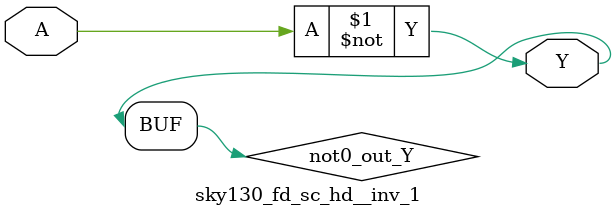
<source format=v>
/*
`ifndef SKY130_FD_SC_HD__INV_FUNCTIONAL_V
`define SKY130_FD_SC_HD__INV_FUNCTIONAL_V

`timescale 1ns / 1ps
`default_nettype none
*/

module sky130_fd_sc_hd__inv_1(
	 Y,
	 A);

 /*
 output Y;
 input A;
 wire not_1;

 not not0(not_1,A);
 buf buf0(Y, not_1);
*/

 // Module ports
    output Y;
    input  A;

    // Local signals
    wire not0_out_Y;

    //  Name  Output      Other arguments
    not not0 (not0_out_Y, A              );
    buf buf0 (Y         , not0_out_Y     );

endmodule


/*
`default_nettype wire
`endif  // SKY130_FD_SC_HD__INV_FUNCTIONAL_V
*/

</source>
